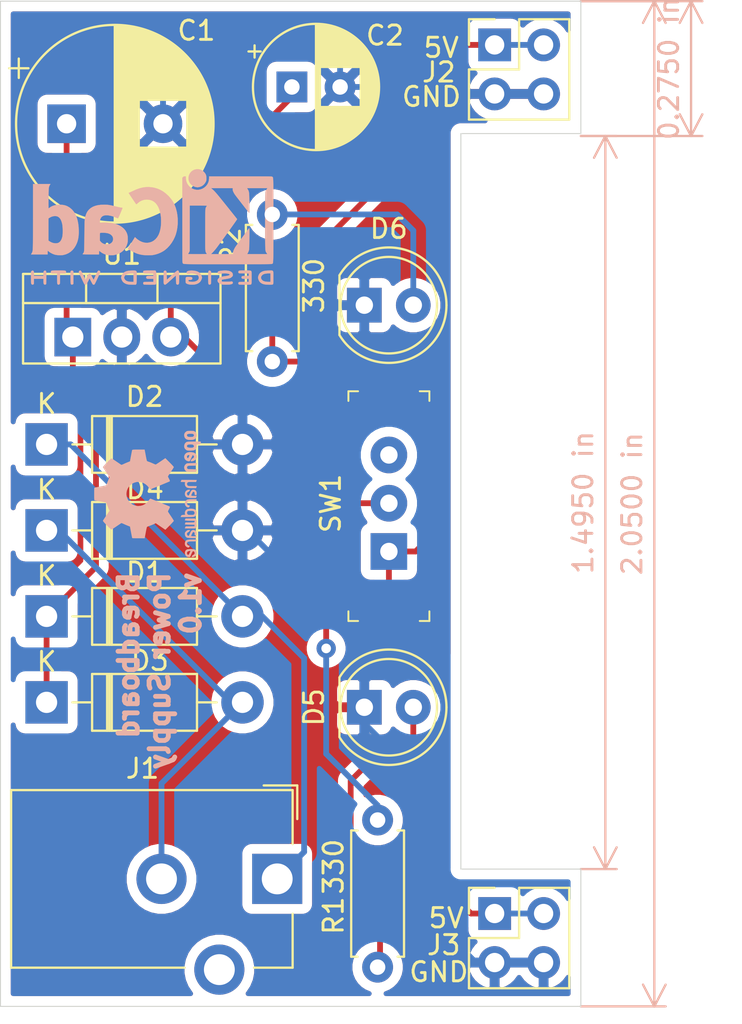
<source format=kicad_pcb>
(kicad_pcb (version 20171130) (host pcbnew "(5.1.8)-1")
  (title_block (title "Breadboard Power Supply") (date 2020-12-06) (rev 1.0) (company CatCuber) (comment 1 "Gonzales Loayza Pool Diego"))
  (layers (0 F.Cu signal) (31 B.Cu signal) (34 B.Paste user) (35 F.Paste user) (36 B.SilkS user) (37 F.SilkS user) (38 B.Mask user) (39 F.Mask user) (44 Edge.Cuts user))
  (net 0 "")
  (net 1 /Vin)
  (net 2 /GND)
  (net 3 /Vout1)
  (net 4 "Net-(D1-Pad2)")
  (net 5 "Net-(D3-Pad2)")
  (net 6 "Net-(D5-Pad2)")
  (net 7 "Net-(D6-Pad2)")
  (net 8 "Net-(J1-Pad3)")
  (net 9 /Vout2)
  (net 10 "Net-(SW1-Pad3)")
  (module Symbol:KiCad-Logo2_5mm_SilkScreen (layer B.Cu) (at 179.832 95.631 180)
    (fp_text reference REF** hide)
    (fp_text value KiCad-Logo2_5mm_SilkScreen hide)
  )
  (module Symbol:OSHW-Logo2_7.3x6mm_SilkScreen (layer B.Cu) (at 179.578 109.474 270)
    (fp_text reference REF** hide)
    (fp_text value OSHW-Logo2_7.3x6mm_SilkScreen hide)
  )
  (module Capacitor_THT:CP_Radial_D10.0mm_P5.00mm (layer F.Cu) (at 175.387 90.297)
    (fp_text reference C1 (at 6.731 -4.826) (layer F.SilkS))
    (fp_text value 470uF)
    (pad 1 thru_hole rect (at 0 0) (size 2 2) (drill 1) (layers *.Cu *.Mask) (net 1 /Vin))
    (pad 2 thru_hole circle (at 5 0) (size 2 2) (drill 1) (layers *.Cu *.Mask) (net 2 /GND))
  )
  (module Capacitor_THT:CP_Radial_D6.3mm_P2.50mm (layer F.Cu) (at 187.071 88.392)
    (fp_text reference C2 (at 4.826 -2.667) (layer F.SilkS))
    (fp_text value 47uF)
    (pad 1 thru_hole rect (at 0 0) (size 1.6 1.6) (drill 0.8) (layers *.Cu *.Mask) (net 3 /Vout1))
    (pad 2 thru_hole circle (at 2.5 0) (size 1.6 1.6) (drill 0.8) (layers *.Cu *.Mask) (net 2 /GND))
  )
  (module Diode_THT:D_DO-41_SOD81_P10.16mm_Horizontal (layer F.Cu) (at 174.349001 115.815333)
    (fp_text reference D1 (at 5.101999 -2.277333) (layer F.SilkS))
    (fp_text value 1N4007)
    (fp_text user K (at 0 -2.1) (layer F.SilkS))
    (pad 1 thru_hole rect (at 0 0) (size 2.2 2.2) (drill 1.1) (layers *.Cu *.Mask) (net 1 /Vin))
    (pad 2 thru_hole oval (at 10.16 0) (size 2.2 2.2) (drill 1.1) (layers *.Cu *.Mask) (net 4 "Net-(D1-Pad2)"))
  )
  (module Diode_THT:D_DO-41_SOD81_P10.16mm_Horizontal (layer F.Cu) (at 174.349001 106.908001)
    (fp_text reference D2 (at 5.08 -2.47) (layer F.SilkS))
    (fp_text value 1N4007)
    (fp_text user K (at 0 -2.1) (layer F.SilkS))
    (pad 2 thru_hole oval (at 10.16 0) (size 2.2 2.2) (drill 1.1) (layers *.Cu *.Mask) (net 2 /GND))
    (pad 1 thru_hole rect (at 0 0) (size 2.2 2.2) (drill 1.1) (layers *.Cu *.Mask) (net 4 "Net-(D1-Pad2)"))
  )
  (module Diode_THT:D_DO-41_SOD81_P10.16mm_Horizontal (layer F.Cu) (at 174.349001 120.269)
    (fp_text reference D3 (at 5.355999 -2.159) (layer F.SilkS))
    (fp_text value 1N4007)
    (fp_text user K (at 0 -2.1) (layer F.SilkS))
    (pad 2 thru_hole oval (at 10.16 0) (size 2.2 2.2) (drill 1.1) (layers *.Cu *.Mask) (net 5 "Net-(D3-Pad2)"))
    (pad 1 thru_hole rect (at 0 0) (size 2.2 2.2) (drill 1.1) (layers *.Cu *.Mask) (net 1 /Vin))
  )
  (module Diode_THT:D_DO-41_SOD81_P10.16mm_Horizontal (layer F.Cu) (at 174.349001 111.361667)
    (fp_text reference D4 (at 5.101999 -2.141667) (layer F.SilkS))
    (fp_text value 1N4007)
    (fp_text user K (at 0 -2.1) (layer F.SilkS))
    (pad 1 thru_hole rect (at 0 0) (size 2.2 2.2) (drill 1.1) (layers *.Cu *.Mask) (net 5 "Net-(D3-Pad2)"))
    (pad 2 thru_hole oval (at 10.16 0) (size 2.2 2.2) (drill 1.1) (layers *.Cu *.Mask) (net 2 /GND))
  )
  (module LED_THT:LED_D5.0mm (layer F.Cu) (at 190.827 120.523)
    (fp_text reference D5 (at -2.613 0 90) (layer F.SilkS))
    (fp_text value "LED RED")
    (pad 2 thru_hole circle (at 2.54 0) (size 1.8 1.8) (drill 0.9) (layers *.Cu *.Mask) (net 6 "Net-(D5-Pad2)"))
    (pad 1 thru_hole rect (at 0 0) (size 1.8 1.8) (drill 0.9) (layers *.Cu *.Mask) (net 2 /GND))
  )
  (module LED_THT:LED_D5.0mm (layer F.Cu) (at 190.827 99.695)
    (fp_text reference D6 (at 1.27 -3.96) (layer F.SilkS))
    (fp_text value "LED YELLOW")
    (pad 1 thru_hole rect (at 0 0) (size 1.8 1.8) (drill 0.9) (layers *.Cu *.Mask) (net 2 /GND))
    (pad 2 thru_hole circle (at 2.54 0) (size 1.8 1.8) (drill 0.9) (layers *.Cu *.Mask) (net 7 "Net-(D6-Pad2)"))
  )
  (module Connector_BarrelJack:BarrelJack_CUI_PJ-102AH_Horizontal (layer F.Cu) (at 186.309 129.413 270)
    (fp_text reference J1 (at -5.715 6.985) (layer F.SilkS))
    (fp_text value Barrel_Jack_Switch)
    (pad 1 thru_hole rect (at 0 0 270) (size 2.6 2.6) (drill 1.6) (layers *.Cu *.Mask) (net 4 "Net-(D1-Pad2)"))
    (pad 2 thru_hole circle (at 0 6 270) (size 2.6 2.6) (drill 1.6) (layers *.Cu *.Mask) (net 5 "Net-(D3-Pad2)"))
    (pad 3 thru_hole circle (at 4.7 3 270) (size 2.6 2.6) (drill 1.6) (layers *.Cu *.Mask) (net 8 "Net-(J1-Pad3)"))
  )
  (module Connector_PinHeader_2.54mm:PinHeader_2x02_P2.54mm_Vertical (layer F.Cu) (at 197.585 86.213)
    (fp_text reference J2 (at -2.894 1.417) (layer F.SilkS))
    (fp_text value Conn_02x02_Odd_Even)
    (pad 1 thru_hole rect (at 0 0) (size 1.7 1.7) (drill 1) (layers *.Cu *.Mask) (net 9 /Vout2))
    (pad 2 thru_hole oval (at 2.54 0) (size 1.7 1.7) (drill 1) (layers *.Cu *.Mask) (net 9 /Vout2))
    (pad 3 thru_hole oval (at 0 2.54) (size 1.7 1.7) (drill 1) (layers *.Cu *.Mask) (net 2 /GND))
    (pad 4 thru_hole oval (at 2.54 2.54) (size 1.7 1.7) (drill 1) (layers *.Cu *.Mask) (net 2 /GND))
  )
  (module Connector_PinHeader_2.54mm:PinHeader_2x02_P2.54mm_Vertical (layer F.Cu) (at 197.585 131.207)
    (fp_text reference J3 (at -2.64 1.635) (layer F.SilkS))
    (fp_text value Conn_02x02_Odd_Even)
    (pad 4 thru_hole oval (at 2.54 2.54) (size 1.7 1.7) (drill 1) (layers *.Cu *.Mask) (net 2 /GND))
    (pad 3 thru_hole oval (at 0 2.54) (size 1.7 1.7) (drill 1) (layers *.Cu *.Mask) (net 2 /GND))
    (pad 2 thru_hole oval (at 2.54 0) (size 1.7 1.7) (drill 1) (layers *.Cu *.Mask) (net 9 /Vout2))
    (pad 1 thru_hole rect (at 0 0) (size 1.7 1.7) (drill 1) (layers *.Cu *.Mask) (net 9 /Vout2))
  )
  (module Resistor_THT:R_Axial_DIN0207_L6.3mm_D2.5mm_P7.62mm_Horizontal (layer F.Cu) (at 191.516 133.985 90)
    (fp_text reference R1 (at 2.667 -2.286 90) (layer F.SilkS))
    (fp_text value 330)
    (pad 2 thru_hole oval (at 7.62 0 90) (size 1.6 1.6) (drill 0.8) (layers *.Cu *.Mask) (net 3 /Vout1))
    (pad 1 thru_hole circle (at 0 0 90) (size 1.6 1.6) (drill 0.8) (layers *.Cu *.Mask) (net 6 "Net-(D5-Pad2)"))
  )
  (module Resistor_THT:R_Axial_DIN0207_L6.3mm_D2.5mm_P7.62mm_Horizontal (layer F.Cu) (at 186.055 102.616 90)
    (fp_text reference R2 (at 5.969 -2.159 90) (layer F.SilkS))
    (fp_text value 330)
    (pad 1 thru_hole circle (at 0 0 90) (size 1.6 1.6) (drill 0.8) (layers *.Cu *.Mask) (net 9 /Vout2))
    (pad 2 thru_hole oval (at 7.62 0 90) (size 1.6 1.6) (drill 0.8) (layers *.Cu *.Mask) (net 7 "Net-(D6-Pad2)"))
  )
  (module digikey-footprints:Switch_Slide_11.6x4mm_EG1218 (layer F.Cu) (at 192.102 112.454 90)
    (fp_text reference SW1 (at 2.49 -3.02 90) (layer F.SilkS))
    (fp_text value SW_DPDT_x2)
    (pad 1 thru_hole rect (at 0 0 90) (size 1.9 1.9) (drill 0.9) (layers *.Cu *.Mask) (net 9 /Vout2))
    (pad 2 thru_hole circle (at 2.5 0 90) (size 1.9 1.9) (drill 0.9) (layers *.Cu *.Mask) (net 3 /Vout1))
    (pad 3 thru_hole circle (at 5 0 90) (size 1.9 1.9) (drill 0.9) (layers *.Cu *.Mask) (net 10 "Net-(SW1-Pad3)"))
  )
  (module Package_TO_SOT_THT:TO-220-3_Vertical (layer F.Cu) (at 175.709001 101.346)
    (fp_text reference U1 (at 2.54 -4.27) (layer F.SilkS))
    (fp_text value LM7805_TO220)
    (pad 1 thru_hole rect (at 0 0) (size 1.905 2) (drill 1.1) (layers *.Cu *.Mask) (net 1 /Vin))
    (pad 2 thru_hole oval (at 2.54 0) (size 1.905 2) (drill 1.1) (layers *.Cu *.Mask) (net 2 /GND))
    (pad 3 thru_hole oval (at 5.08 0) (size 1.905 2) (drill 1.1) (layers *.Cu *.Mask) (net 3 /Vout1))
  )
  (gr_text 330 (at 189.23 128.778 90) (layer F.SilkS) (effects (font (size 1 1))))
  (gr_text 330 (at 188.214 98.679 90) (layer F.SilkS) (effects (font (size 1 1))))
  (dimension 6.985 (width 0.12) (layer B.SilkS) (gr_text "6.985 mm" (at 209.042 87.4395 270) (layer B.SilkS) (effects (font (size 1 1) (thickness 0.15)))) (feature1 (pts (xy 202.057 90.932) (xy 208.358421 90.932))) (feature2 (pts (xy 202.057 83.947) (xy 208.358421 83.947))) (crossbar (pts (xy 207.772 83.947) (xy 207.772 90.932))) (arrow1a (pts (xy 207.772 90.932) (xy 207.185579 89.805496))) (arrow1b (pts (xy 207.772 90.932) (xy 208.358421 89.805496))) (arrow2a (pts (xy 207.772 83.947) (xy 207.185579 85.073504))) (arrow2b (pts (xy 207.772 83.947) (xy 208.358421 85.073504))))
  (dimension 52.07 (width 0.12) (layer B.SilkS) (gr_text "52.070 mm" (at 207.137 109.982 270) (layer B.SilkS) (effects (font (size 1 1) (thickness 0.15)))) (feature1 (pts (xy 202.057 136.017) (xy 206.453421 136.017))) (feature2 (pts (xy 202.057 83.947) (xy 206.453421 83.947))) (crossbar (pts (xy 205.867 83.947) (xy 205.867 136.017))) (arrow1a (pts (xy 205.867 136.017) (xy 205.280579 134.890496))) (arrow1b (pts (xy 205.867 136.017) (xy 206.453421 134.890496))) (arrow2a (pts (xy 205.867 83.947) (xy 205.280579 85.073504))) (arrow2b (pts (xy 205.867 83.947) (xy 206.453421 85.073504))))
  (dimension 37.973 (width 0.12) (layer B.SilkS) (gr_text "37.973 mm" (at 204.597 109.9185 270) (layer B.SilkS) (effects (font (size 1 1) (thickness 0.15)))) (feature1 (pts (xy 202.057 128.905) (xy 203.913421 128.905))) (feature2 (pts (xy 202.057 90.932) (xy 203.913421 90.932))) (crossbar (pts (xy 203.327 90.932) (xy 203.327 128.905))) (arrow1a (pts (xy 203.327 128.905) (xy 202.740579 127.778496))) (arrow1b (pts (xy 203.327 128.905) (xy 203.913421 127.778496))) (arrow2a (pts (xy 203.327 90.932) (xy 202.740579 92.058504))) (arrow2b (pts (xy 203.327 90.932) (xy 203.913421 92.058504))))
  (gr_text GND (at 194.691 134.239) (layer F.SilkS) (effects (font (size 1 1))))
  (gr_text GND (at 194.31 88.9) (layer F.SilkS) (effects (font (size 1 1))))
  (gr_text 5V (at 194.818 86.36) (layer F.SilkS) (effects (font (size 1 1))))
  (gr_text 5V (at 195.072 131.445) (layer F.SilkS) (effects (font (size 1 1))))
  (gr_text "Breadboard\nPower Supply\nv1.0" (at 180.213 113.411 90) (layer B.SilkS) (effects (font (size 1 1) (thickness 0.25)) (justify left mirror)))
  (gr_line (start 171.958 83.947) (end 202.057 83.947) (layer Edge.Cuts) (width 0.05))
  (gr_line (start 202.057 90.805) (end 202.057 83.947) (layer Edge.Cuts) (width 0.05))
  (gr_line (start 195.834 90.805) (end 202.057 90.805) (layer Edge.Cuts) (width 0.05))
  (gr_line (start 195.834 128.905) (end 195.834 90.805) (layer Edge.Cuts) (width 0.05))
  (gr_line (start 202.057 128.905) (end 195.834 128.905) (layer Edge.Cuts) (width 0.05))
  (gr_line (start 202.057 136.017) (end 202.057 128.905) (layer Edge.Cuts) (width 0.05))
  (gr_line (start 171.958 136.017) (end 202.057 136.017) (layer Edge.Cuts) (width 0.05))
  (gr_line (start 171.958 83.947) (end 171.958 136.017) (layer Edge.Cuts) (width 0.05))
  (segment (start 175.387 101.023999) (end 175.709001 101.346) (width 0.3) (layer F.Cu) (net 1))
  (segment (start 175.387 90.297) (end 175.387 101.023999) (width 0.3) (layer F.Cu) (net 1))
  (segment (start 175.709001 101.346) (end 175.709001 103.700001) (width 0.3) (layer F.Cu) (net 1))
  (segment (start 175.709001 103.700001) (end 176.911 104.902) (width 0.3) (layer F.Cu) (net 1))
  (segment (start 176.911 113.253334) (end 174.349001 115.815333) (width 0.3) (layer F.Cu) (net 1))
  (segment (start 176.911 104.902) (end 176.911 113.253334) (width 0.3) (layer F.Cu) (net 1))
  (segment (start 174.349001 115.815333) (end 174.349001 120.269) (width 0.3) (layer F.Cu) (net 1))
  (segment (start 200.125 133.747) (end 197.585 133.747) (width 0.3) (layer B.Cu) (net 2))
  (segment (start 197.585 133.747) (end 196.612 133.747) (width 0.3) (layer B.Cu) (net 2))
  (segment (start 196.612 133.747) (end 194.437 131.572) (width 0.3) (layer B.Cu) (net 2))
  (segment (start 194.437 131.572) (end 194.437 124.968) (width 0.3) (layer B.Cu) (net 2))
  (segment (start 190.827 121.358) (end 190.827 120.523) (width 0.3) (layer B.Cu) (net 2))
  (segment (start 194.437 124.968) (end 190.827 121.358) (width 0.3) (layer B.Cu) (net 2))
  (segment (start 190.827 120.523) (end 190.827 117.421) (width 0.3) (layer B.Cu) (net 2))
  (segment (start 184.767667 111.361667) (end 184.509001 111.361667) (width 0.3) (layer B.Cu) (net 2))
  (segment (start 190.827 117.421) (end 184.767667 111.361667) (width 0.3) (layer B.Cu) (net 2))
  (segment (start 184.509001 111.361667) (end 184.509001 106.908001) (width 0.3) (layer B.Cu) (net 2))
  (segment (start 184.509001 106.908001) (end 186.207999 106.908001) (width 0.3) (layer B.Cu) (net 2))
  (segment (start 190.827 102.289) (end 190.827 99.695) (width 0.3) (layer B.Cu) (net 2))
  (segment (start 186.207999 106.908001) (end 190.827 102.289) (width 0.3) (layer B.Cu) (net 2))
  (segment (start 184.509001 106.908001) (end 180.822001 106.908001) (width 0.3) (layer B.Cu) (net 2))
  (segment (start 178.249001 104.335001) (end 178.249001 101.346) (width 0.3) (layer B.Cu) (net 2))
  (segment (start 180.822001 106.908001) (end 178.249001 104.335001) (width 0.3) (layer B.Cu) (net 2))
  (segment (start 178.249001 92.434999) (end 180.387 90.297) (width 0.3) (layer B.Cu) (net 2))
  (segment (start 178.249001 101.346) (end 178.249001 92.434999) (width 0.3) (layer B.Cu) (net 2))
  (segment (start 180.387 90.297) (end 180.387 88.345) (width 0.3) (layer B.Cu) (net 2))
  (segment (start 180.387 88.345) (end 182.88 85.852) (width 0.3) (layer B.Cu) (net 2))
  (segment (start 182.88 85.852) (end 188.849 85.852) (width 0.3) (layer B.Cu) (net 2))
  (segment (start 189.571 86.574) (end 189.571 88.392) (width 0.3) (layer B.Cu) (net 2))
  (segment (start 188.849 85.852) (end 189.571 86.574) (width 0.3) (layer B.Cu) (net 2))
  (segment (start 189.571 88.392) (end 192.151 88.392) (width 0.3) (layer B.Cu) (net 2))
  (segment (start 192.512 88.753) (end 197.585 88.753) (width 0.3) (layer B.Cu) (net 2))
  (segment (start 192.151 88.392) (end 192.512 88.753) (width 0.3) (layer B.Cu) (net 2))
  (segment (start 197.585 88.753) (end 200.125 88.753) (width 0.3) (layer B.Cu) (net 2))
  (segment (start 180.789001 101.346) (end 181.483 101.346) (width 0.3) (layer F.Cu) (net 3))
  (segment (start 181.483 101.346) (end 184.785 104.648) (width 0.3) (layer F.Cu) (net 3))
  (segment (start 184.785 104.648) (end 187.071 104.648) (width 0.3) (layer F.Cu) (net 3))
  (segment (start 187.071 104.648) (end 189.103 106.68) (width 0.3) (layer F.Cu) (net 3))
  (segment (start 189.103 106.68) (end 189.103 109.22) (width 0.3) (layer F.Cu) (net 3))
  (segment (start 189.837 109.954) (end 192.102 109.954) (width 0.3) (layer F.Cu) (net 3))
  (segment (start 189.103 109.22) (end 189.837 109.954) (width 0.3) (layer F.Cu) (net 3))
  (segment (start 180.789001 101.346) (end 180.789001 95.181999) (width 0.3) (layer F.Cu) (net 3))
  (segment (start 187.071 88.9) (end 187.071 88.392) (width 0.3) (layer F.Cu) (net 3))
  (segment (start 180.789001 95.181999) (end 187.071 88.9) (width 0.3) (layer F.Cu) (net 3))
  (via (at 188.849 117.475) (size 1) (drill 0.5) (layers F.Cu B.Cu) (net 3))
  (segment (start 188.849 122.936) (end 188.849 117.475) (width 0.3) (layer B.Cu) (net 3))
  (segment (start 188.849 110.942) (end 189.837 109.954) (width 0.3) (layer F.Cu) (net 3))
  (segment (start 188.849 117.475) (end 188.849 110.942) (width 0.3) (layer F.Cu) (net 3))
  (segment (start 191.516 125.603) (end 188.849 122.936) (width 0.3) (layer B.Cu) (net 3))
  (segment (start 191.516 126.365) (end 191.516 125.603) (width 0.3) (layer B.Cu) (net 3))
  (segment (start 175.601669 106.908001) (end 184.509001 115.815333) (width 0.3) (layer B.Cu) (net 4))
  (segment (start 174.349001 106.908001) (end 175.601669 106.908001) (width 0.3) (layer B.Cu) (net 4))
  (segment (start 184.509001 115.815333) (end 185.538333 115.815333) (width 0.3) (layer B.Cu) (net 4))
  (segment (start 185.538333 115.815333) (end 187.706 117.983) (width 0.3) (layer B.Cu) (net 4))
  (segment (start 187.706 128.016) (end 186.309 129.413) (width 0.3) (layer B.Cu) (net 4))
  (segment (start 187.706 117.983) (end 187.706 128.016) (width 0.3) (layer B.Cu) (net 4))
  (segment (start 184.509001 120.269) (end 183.769 120.269) (width 0.3) (layer B.Cu) (net 5))
  (segment (start 174.861667 111.361667) (end 174.349001 111.361667) (width 0.3) (layer B.Cu) (net 5))
  (segment (start 180.309 124.469001) (end 184.509001 120.269) (width 0.3) (layer B.Cu) (net 5))
  (segment (start 180.309 129.413) (end 180.309 124.469001) (width 0.3) (layer B.Cu) (net 5))
  (segment (start 174.349001 111.361667) (end 174.988667 111.361667) (width 0.3) (layer B.Cu) (net 5))
  (segment (start 183.896 120.269) (end 184.509001 120.269) (width 0.3) (layer B.Cu) (net 5))
  (segment (start 174.988667 111.361667) (end 183.896 120.269) (width 0.3) (layer B.Cu) (net 5))
  (segment (start 193.367 122.228) (end 193.367 120.523) (width 0.3) (layer F.Cu) (net 6))
  (segment (start 192.659 122.936) (end 193.367 122.228) (width 0.3) (layer F.Cu) (net 6))
  (segment (start 191.516 122.936) (end 192.659 122.936) (width 0.3) (layer F.Cu) (net 6))
  (segment (start 190.119 124.333) (end 191.516 122.936) (width 0.3) (layer F.Cu) (net 6))
  (segment (start 190.119 129.032) (end 190.119 124.333) (width 0.3) (layer F.Cu) (net 6))
  (segment (start 191.643 130.556) (end 190.119 129.032) (width 0.3) (layer F.Cu) (net 6))
  (segment (start 191.643 133.985) (end 191.643 130.556) (width 0.3) (layer F.Cu) (net 6))
  (segment (start 193.367 95.831) (end 193.367 99.695) (width 0.3) (layer B.Cu) (net 7))
  (segment (start 192.532 94.996) (end 193.367 95.831) (width 0.3) (layer B.Cu) (net 7))
  (segment (start 186.055 94.996) (end 192.532 94.996) (width 0.3) (layer B.Cu) (net 7))
  (segment (start 200.125 131.207) (end 197.585 131.207) (width 0.3) (layer B.Cu) (net 9))
  (segment (start 200.125 86.213) (end 197.585 86.213) (width 0.3) (layer B.Cu) (net 9))
  (segment (start 192.102 112.454) (end 192.102 115.775) (width 0.3) (layer F.Cu) (net 9))
  (segment (start 192.102 115.775) (end 194.945 118.618) (width 0.3) (layer F.Cu) (net 9))
  (segment (start 197.585 131.207) (end 196.358 131.207) (width 0.3) (layer F.Cu) (net 9))
  (segment (start 194.945 129.794) (end 194.945 118.618) (width 0.3) (layer F.Cu) (net 9))
  (segment (start 196.358 131.207) (end 194.945 129.794) (width 0.3) (layer F.Cu) (net 9))
  (segment (start 197.585 86.213) (end 194.965 86.213) (width 0.3) (layer F.Cu) (net 9))
  (segment (start 194.965 86.213) (end 192.405 88.773) (width 0.3) (layer F.Cu) (net 9))
  (segment (start 192.405 88.773) (end 192.405 92.71) (width 0.3) (layer F.Cu) (net 9))
  (segment (start 186.055 99.06) (end 186.055 102.616) (width 0.3) (layer F.Cu) (net 9))
  (segment (start 192.405 92.71) (end 186.055 99.06) (width 0.3) (layer F.Cu) (net 9))
  (segment (start 186.055 102.616) (end 188.341 102.616) (width 0.3) (layer F.Cu) (net 9))
  (segment (start 188.341 102.616) (end 190.754 105.029) (width 0.3) (layer F.Cu) (net 9))
  (segment (start 190.754 105.029) (end 193.294 105.029) (width 0.3) (layer F.Cu) (net 9))
  (segment (start 193.294 105.029) (end 194.31 106.045) (width 0.3) (layer F.Cu) (net 9))
  (segment (start 194.31 106.045) (end 194.31 111.633) (width 0.3) (layer F.Cu) (net 9))
  (segment (start 193.489 112.454) (end 192.102 112.454) (width 0.3) (layer F.Cu) (net 9))
  (segment (start 194.31 111.633) (end 193.489 112.454) (width 0.3) (layer F.Cu) (net 9))
  (zone (net 2) (net_name /GND) (layer F.Cu) (connect_pads (clearance 0.508)) (min_thickness 0.254) (fill yes (arc_segments 32) (thermal_gap 0.508) (thermal_bridge_width 0.508))
    (polygon (pts (xy 201.803 90.551) (xy 195.58 90.551) (xy 195.58 129.159) (xy 201.93 129.159) (xy 201.93 135.89) (xy 172.085 135.89) (xy 172.085 84.201) (xy 201.803 84.201)))
  )
  (zone (net 2) (net_name /GND) (layer B.Cu) (connect_pads (clearance 0.508)) (min_thickness 0.254) (fill yes (arc_segments 32) (thermal_gap 0.508) (thermal_bridge_width 0.508))
    (polygon (pts (xy 201.803 90.551) (xy 195.58 90.551) (xy 195.58 129.159) (xy 201.93 129.159) (xy 201.93 135.89) (xy 172.085 135.89) (xy 172.085 84.201) (xy 201.803 84.201)))
  )
)
</source>
